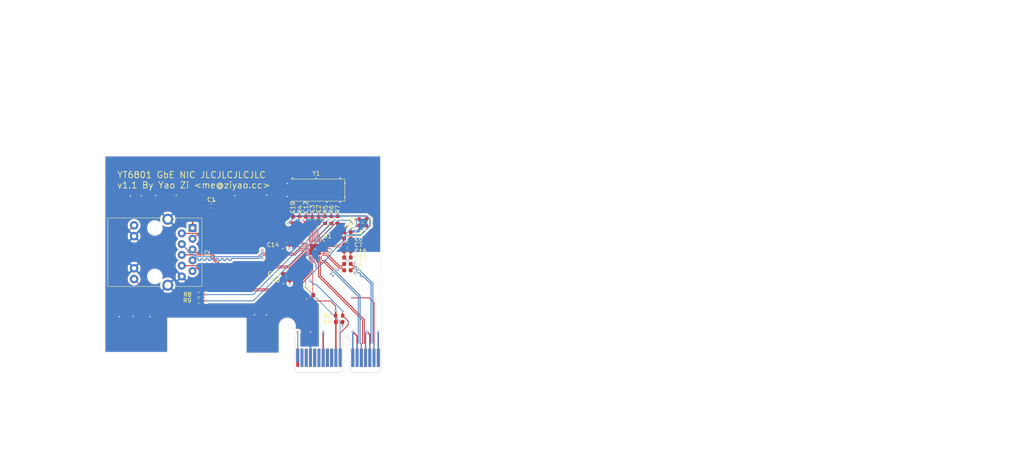
<source format=kicad_pcb>
(kicad_pcb (version 20241229) (generator "pcbnew") (generator_version "9.0")
  (layers (0 "F.Cu" signal) (4 "In1.Cu" power) (6 "In2.Cu" power) (2 "B.Cu" signal) (13 "F.Paste" user) (15 "B.Paste" user) (5 "F.SilkS" user "F.Silkscreen") (7 "B.SilkS" user "B.Silkscreen") (1 "F.Mask" user) (3 "B.Mask" user) (25 "Edge.Cuts" user))
  (net 0 "")
  (net 1 "GND")
  (net 2 "Net-(J2-CT)")
  (net 3 "/XTAL_I")
  (net 4 "/XTAL_O")
  (net 5 "/HSO_P")
  (net 6 "/HSO_N")
  (net 7 "+3V3")
  (net 8 "+1V2")
  (net 9 "/REFCLK_P")
  (net 14 "/HSI_N")
  (net 17 "Net-(J1-~{PRSNT1})")
  (net 18 "/HSI_P")
  (net 19 "/WAKE#")
  (net 21 "/PERST#")
  (net 30 "/REFCLK_N")
  (net 32 "/TRX3_P")
  (net 33 "/TRX2_N")
  (net 34 "/TRX0_N")
  (net 35 "/TRX0_P")
  (net 36 "/TRX1_P")
  (net 37 "/LED0")
  (net 38 "/TRX1_N")
  (net 39 "/LED1")
  (net 40 "/TRX2_P")
  (net 41 "/TRX3_N")
  (net 42 "/CLKREQ#")
  (net 43 "/LED2")
  (net 45 "Net-(U1-RBIAS)")
  (net 46 "/PER_N")
  (net 47 "/PER_P")
  (net 48 "Net-(J2-PadL1)")
  (net 49 "Net-(J2-PadL3)")
  (footprint "Resistor_SMD:R_0603_1608Metric" (layer "F.Cu") (at 153.6 90.1 -90)
    (property "Reference" "R6")
    (property "Value" "4.7K" (hide yes))
  )
  (footprint "Package_DFN_QFN:QFN-32-1EP_4x4mm_P0.4mm_EP2.65x2.65mm" (layer "F.Cu") (at 149.8125 97.0625)
    (property "Reference" "U1")
    (property "Value" "YT6801")
  )
  (footprint "Resistor_SMD:R_0603_1608Metric" (layer "F.Cu") (at 155.45 112.7 180)
    (property "Reference" "R2")
    (property "Value" "1K" (hide yes))
  )
  (footprint "Capacitor_SMD:C_0603_1608Metric" (layer "F.Cu") (at 125.3 86.8)
    (property "Reference" "C1")
    (property "Value" "100nF" (hide yes))
  )
  (footprint "Capacitor_SMD:C_0603_1608Metric" (layer "F.Cu") (at 149.1 90.125 90)
    (property "Reference" "C3")
    (property "Value" "32pF" (hide yes))
  )
  (footprint "Resistor_SMD:R_0603_1608Metric" (layer "F.Cu") (at 122.3 109.2 180)
    (property "Reference" "R9")
    (property "Value" "330" (hide yes))
  )
  (footprint "Capacitor_SMD:C_0603_1608Metric" (layer "F.Cu") (at 150.6 90.125 90)
    (property "Reference" "C2")
    (property "Value" "32pF" (hide yes))
  )
  (footprint "Capacitor_SMD:C_0603_1608Metric" (layer "F.Cu") (at 157.4 96)
    (property "Reference" "C7")
    (property "Value" "100nF" (hide yes))
  )
  (footprint "Resistor_SMD:R_0603_1608Metric" (layer "F.Cu") (at 161 91.45)
    (property "Reference" "R3")
    (property "Value" "10K" (hide yes))
  )
  (footprint "Capacitor_SMD:C_0603_1608Metric" (layer "F.Cu") (at 143 102.85 180)
    (property "Reference" "C13")
    (property "Value" "100nF" (hide yes))
  )
  (footprint "Crystal:Crystal_SMD_HC49-SD" (layer "F.Cu") (at 150.0125 83.0875 180)
    (property "Reference" "Y1")
    (property "Value" "HC-49SMD 25MHz" (hide yes))
  )
  (footprint "Capacitor_SMD:C_0603_1608Metric" (layer "F.Cu") (at 147.6 90.125 90)
    (property "Reference" "C12")
    (property "Value" "100nF" (hide yes))
  )
  (footprint "Resistor_SMD:R_0603_1608Metric" (layer "F.Cu") (at 161 89.95)
    (property "Reference" "R1")
    (property "Value" "10K" (hide yes))
  )
  (footprint "Resistor_SMD:R_0603_1608Metric" (layer "F.Cu") (at 155.1 90.1 90)
    (property "Reference" "R7")
    (property "Value" "4.7K" (hide yes))
  )
  (footprint "Resistor_SMD:R_0603_1608Metric" (layer "F.Cu") (at 146.1 90.125 -90)
    (property "Reference" "R4")
    (property "Value" "2.49K 1%" (hide yes))
  )
  (footprint "Capacitor_SMD:C_0603_1608Metric" (layer "F.Cu") (at 144.6 90.125 90)
    (property "Reference" "C10")
    (property "Value" "100nF" (hide yes))
  )
  (footprint "Capacitor_SMD:C_0603_1608Metric" (layer "F.Cu") (at 157.4 97.5)
    (property "Reference" "C16")
    (property "Value" "100nF" (hide yes))
  )
  (footprint "Capacitor_SMD:C_0603_1608Metric" (layer "F.Cu") (at 148.55 107.85 180)
    (property "Reference" "C11")
    (property "Value" "100nF" (hide yes))
  )
  (footprint "Capacitor_SMD:C_0603_1608Metric" (layer "F.Cu") (at 157.4 99)
    (property "Reference" "C15")
    (property "Value" "1uF" (hide yes))
  )
  (footprint "Resistor_SMD:R_0603_1608Metric" (layer "F.Cu") (at 122.3 107.74 180)
    (property "Reference" "R8")
    (property "Value" "330" (hide yes))
  )
  (footprint "Capacitor_SMD:C_0603_1608Metric" (layer "F.Cu") (at 155.45 114.2)
    (property "Reference" "C9")
    (property "Value" "4.7uF" (hide yes))
  )
  (footprint "Resistor_SMD:R_0603_1608Metric" (layer "F.Cu") (at 152.1 90.1 90)
    (property "Reference" "R5")
    (property "Value" "4.7K" (hide yes))
  )
  (footprint "Capacitor_SMD:C_0603_1608Metric" (layer "F.Cu") (at 143 104.35 180)
    (property "Reference" "C8")
    (property "Value" "1uF" (hide yes))
  )
  (footprint "Capacitor_SMD:C_0603_1608Metric" (layer "F.Cu") (at 142.925 95.9 180)
    (property "Reference" "C14")
    (property "Value" "100nF" (hide yes))
  )
  (footprint "yt6801:RJ45_HR911130A" (layer "F.Cu") (at 120.865 92.025 -90)
    (property "Reference" "J2")
    (property "Value" "HR911130A")
  )
  (footprint "Capacitor_SMD:C_0603_1608Metric" (layer "F.Cu") (at 157.4 94.5)
    (property "Reference" "C6")
    (property "Value" "4.7uF" (hide yes))
  )
  (footprint "Connector_PCBEdge:BUS_PCIexpress_x1" (layer "F.Cu") (at 145.675 122.65)
    (property "Reference" "J1" (hide yes))
    (property "Value" "Bus_PCI_Express_x1" (hide yes))
    (fp_line (start -0.65 -4.95) (end -0.65 2.95) (stroke (width 0.1)) (layer "Edge.Cuts"))
    (fp_line (start -0.65 2.95) (end -0.15 3.45) (stroke (width 0.1)) (layer "Edge.Cuts"))
    (fp_line (start -0.15 3.45) (end 10.05 3.45) (stroke (width 0.1)) (layer "Edge.Cuts"))
    (fp_line (start 10.55 -4) (end 10.55 2.95) (stroke (width 0.1)) (layer "Edge.Cuts"))
    (fp_line (start 10.55 2.95) (end 10.05 3.45) (stroke (width 0.1)) (layer "Edge.Cuts"))
    (fp_line (start 12.45 -4) (end 12.45 2.95) (stroke (width 0.1)) (layer "Edge.Cuts"))
    (fp_line (start 12.45 2.95) (end 12.95 3.45) (stroke (width 0.1)) (layer "Edge.Cuts"))
    (fp_line (start 12.95 3.45) (end 19.15 3.45) (stroke (width 0.1)) (layer "Edge.Cuts"))
    (fp_line (start 19.65 -4.95) (end 19.65 2.95) (stroke (width 0.1)) (layer "Edge.Cuts"))
    (fp_line (start 19.65 2.95) (end 19.15 3.45) (stroke (width 0.1)) (layer "Edge.Cuts"))
    (fp_arc (start 10.55 -4) (mid 11.5 -4.95) (end 12.45 -4) (stroke (width 0.1)) (layer "Edge.Cuts"))
  )
  (footprint "Capacitor_SMD:C_0603_1608Metric" (layer "F.Cu") (at 157.4 100.5)
    (property "Reference" "C4")
    (property "Value" "100nF" (hide yes))
  )
  (footprint "Capacitor_SMD:C_0603_1608Metric" (layer "F.Cu") (at 157.4 102 180)
    (property "Reference" "C5")
    (property "Value" "100nF" (hide yes))
  )
  (footprint "Capacitor_SMD:C_0603_1608Metric" (layer "F.Cu") (at 157.4 93)
    (property "Reference" "C17")
    (property "Value" "100nF" (hide yes))
  )
  (gr_line (start 141.375 115.1875) (end 141.375 121.625) (stroke (width 0.05)) (layer "Edge.Cuts"))
  (gr_line (start 133.425 113.375) (end 115.075 113.375) (stroke (width 0.05)) (layer "Edge.Cuts"))
  (gr_line (start 165.325 74.95) (end 165.325 113.45) (stroke (width 0.05)) (layer "Edge.Cuts"))
  (gr_line (start 115.075 113.375) (end 115.075 121.45) (stroke (width 0.05)) (layer "Edge.Cuts"))
  (gr_line (start 100.1 121.45) (end 100.1 74.95) (stroke (width 0.05)) (layer "Edge.Cuts"))
  (gr_line (start 141.375 121.625) (end 133.425 121.625) (stroke (width 0.05)) (layer "Edge.Cuts"))
  (gr_arc (start 141.374696 115.1875) (mid 143.199696 113.3625) (end 145.024696 115.1875) (stroke (width 0.05)) (layer "Edge.Cuts"))
  (gr_line (start 165.325 113.45) (end 165.325 117.7) (stroke (width 0.05)) (layer "Edge.Cuts"))
  (gr_line (start 100.1 74.95) (end 165.325 74.95) (stroke (width 0.05)) (layer "Edge.Cuts"))
  (gr_line (start 100.1 121.45) (end 115.075 121.45) (stroke (width 0.05)) (layer "Edge.Cuts"))
  (gr_line (start 145.025 117.7) (end 145.024696 115.1875) (stroke (width 0.05)) (layer "Edge.Cuts"))
  (gr_line (start 133.425 121.625) (end 133.425 113.375) (stroke (width 0.05)) (layer "Edge.Cuts"))
  (gr_text "YT6801 GbE NIC JLCJLCJLCJLC\nv1.1 By Yao Zi <me@ziyao.cc>" (at 103 82.8 0) (layer "F.SilkS") (effects (font (size 1.5 1.5) (thickness 0.1875)) (justify left bottom)))
  (via (at 137.3 99.151603) (size 0.5) (drill 0.3) (layers "F.Cu" "B.Cu") (net 0))
  (via (at 137.3 97.248397) (size 0.5) (drill 0.3) (layers "F.Cu" "B.Cu") (net 0))
  (segment (start 152.1 89.275) (end 152.1 88.1) (width 0.2) (layer "F.Cu") (net 1))
  (segment (start 158.175 97.5) (end 159.5 97.5) (width 0.2) (layer "F.Cu") (net 1))
  (segment (start 159.675 122.65) (end 159.675 117.5125) (width 0.3) (layer "F.Cu") (net 1))
  (segment (start 142.25 104.375) (end 142.225 104.35) (width 0.2) (layer "F.Cu") (net 1))
  (segment (start 144.6 89.35) (end 144.6 88.2) (width 0.2) (layer "F.Cu") (net 1))
  (segment (start 149.1 89.35) (end 149.1 88) (width 0.2) (layer "F.Cu") (net 1))
  (segment (start 152.55 85.95) (end 155.65 85.95) (width 0.2) (layer "F.Cu") (net 1))
  (segment (start 156.8135 81.4135) (end 155.7 80.3) (width 0.2) (layer "F.Cu") (net 1))
  (segment (start 150.6 89.35) (end 150.6 88.05) (width 0.2) (layer "F.Cu") (net 1))
  (segment (start 126.075 86.8) (end 126.075 85.575) (width 0.3) (layer "F.Cu") (net 1))
  (segment (start 162.675 122.65) (end 162.675 117.15) (width 0.3) (layer "F.Cu") (net 1))
  (segment (start 142.15 95.9) (end 142.15 96.86) (width 0.2) (layer "F.Cu") (net 1))
  (segment (start 159.5 94.5) (end 158.175 94.5) (width 0.2) (layer "F.Cu") (net 1))
  (segment (start 159.6 93) (end 158.175 93) (width 0.2) (layer "F.Cu") (net 1))
  (segment (start 142.25 105.15) (end 142.25 104.375) (width 0.2) (layer "F.Cu") (net 1))
  (segment (start 159.675 117.5125) (end 158.675 116.5125) (width 0.3) (layer "F.Cu") (net 1))
  (segment (start 156.225 114.2) (end 156.225 115.175) (width 0.2) (layer "F.Cu") (net 1))
  (segment (start 155.675 85.925) (end 156.8 84.8) (width 0.2) (layer "F.Cu") (net 1))
  (segment (start 151.675 122.65) (end 151.675 116.5375) (width 0.3) (layer "F.Cu") (net 1))
  (segment (start 158.175 99) (end 158.175 97.5) (width 0.2) (layer "F.Cu") (net 1))
  (segment (start 143.3 81.4) (end 143.225 81.475) (width 0.2) (layer "F.Cu") (net 1))
  (segment (start 153.6 89.275) (end 153.6 88.1) (width 0.2) (layer "F.Cu") (net 1))
  (segment (start 150.6 86.35) (end 150.6 88) (width 0.2) (layer "F.Cu") (net 1))
  (segment (start 143.2115 81.4885) (end 143.2115 81.55) (width 0.2) (layer "F.Cu") (net 1))
  (segment (start 142.225 102.85) (end 142.225 104.35) (width 0.2) (layer "F.Cu") (net 1))
  (segment (start 144.45 80.25) (end 144.425 80.275) (width 0.2) (layer "F.Cu") (net 1))
  (segment (start 144.55 85.95) (end 144.6 85.95) (width 0.2) (layer "F.Cu") (net 1))
  (segment (start 143.2115 81.55) (end 143.2115 84.6115) (width 0.2) (layer "F.Cu") (net 1))
  (segment (start 156.225 115.175) (end 156.2375 115.1875) (width 0.2) (layer "F.Cu") (net 1))
  (segment (start 156.8135 84.7865) (end 156.8135 84.75) (width 0.2) (layer "F.Cu") (net 1))
  (segment (start 148.675 122.65) (end 148.675 116.5375) (width 0.3) (layer "F.Cu") (net 1))
  (segment (start 156.8 84.8) (end 156.8135 84.7865) (width 0.2) (layer "F.Cu") (net 1))
  (segment (start 164.675 122.65) (end 164.675 116.5375) (width 0.3) (layer "F.Cu") (net 1))
  (segment (start 150.05 80.25) (end 150 80.25) (width 0.2) (layer "F.Cu") (net 1))
  (segment (start 155.65 85.95) (end 155.675 85.925) (width 0.2) (layer "F.Cu") (net 1))
  (segment (start 155.1 89.275) (end 152.1 89.275) (width 0.2) (layer "F.Cu") (net 1))
  (segment (start 143.225 81.475) (end 143.2115 81.4885) (width 0.2) (layer "F.Cu") (net 1))
  (segment (start 155.7 80.3) (end 155.65 80.25) (width 0.2) (layer "F.Cu") (net 1))
  (segment (start 147.775 107.85) (end 147.775 108.75) (width 0.2) (layer "F.Cu") (net 1))
  (segment (start 142.15 96.86) (end 142.16 96.87) (width 0.2) (layer "F.Cu") (net 1))
  (segment (start 149.1 86.35) (end 150.6 86.35) (width 0.2) (layer "F.Cu") (net 1))
  (segment (start 144.6 85.95) (end 147.5 85.95) (width 0.2) (layer "F.Cu") (net 1))
  (segment (start 162.675 117.15) (end 162.0625 116.5375) (width 0.3) (layer "F.Cu") (net 1))
  (segment (start 144.6 89.35) (end 147.6 89.35) (width 0.2) (layer "F.Cu") (net 1))
  (segment (start 150 80.25) (end 144.45 80.25) (width 0.2) (layer "F.Cu") (net 1))
  (segment (start 158.675 116.5125) (end 158.8 116.5125) (width 0.2) (layer "F.Cu") (net 1))
  (segment (start 155.65 80.25) (end 150.05 80.25) (width 0.2) (layer "F.Cu") (net 1))
  (segment (start 143.2115 84.6115) (end 144.55 85.95) (width 0.2) (layer "F.Cu") (net 1))
  (segment (start 150.6 88.05) (end 150.6 88) (width 0.2) (layer "F.Cu") (net 1))
  (segment (start 155.1 89.275) (end 155.1 88.1) (width 0.2) (layer "F.Cu") (net 1))
  (segment (start 144.425 80.275) (end 143.3 81.4) (width 0.2) (layer "F.Cu") (net 1))
  (segment (start 156.8135 84.75) (end 156.8135 81.4135) (width 0.2) (layer "F.Cu") (net 1))
  (segment (start 147.6 89.35) (end 147.6 88.25) (width 0.2) (layer "F.Cu") (net 1))
  (segment (start 146.1 89.3) (end 146.1 88.2) (width 0.2) (layer "F.Cu") (net 1))
  (segment (start 158.175 94.5) (end 158.175 96) (width 0.2) (layer "F.Cu") (net 1))
  (segment (start 149.1 88) (end 149.1 86.35) (width 0.2) (layer "F.Cu") (net 1))
  (via (at 152.1 88.1) (size 0.5) (drill 0.3) (layers "F.Cu" "B.Cu") (net 1))
  (via (at 150 80.25) (size 0.5) (drill 0.3) (layers "F.Cu" "B.Cu") (net 1))
  (via (at 153.6 88.1) (size 0.5) (drill 0.3) (layers "F.Cu" "B.Cu") (net 1))
  (via (at 126.075 85.575) (size 0.5) (drill 0.3) (layers "F.Cu" "B.Cu") (net 1))
  (via (at 103.6125 112.95) (size 0.5) (drill 0.3) (layers "F.Cu" "B.Cu") (net 1))
  (via (at 147.775 108.75) (size 0.5) (drill 0.3) (layers "F.Cu" "B.Cu") (net 1))
  (via (at 135.4625 112.5125) (size 0.5) (drill 0.3) (layers "F.Cu" "B.Cu") (net 1))
  (via (at 138.35 84.2625) (size 0.5) (drill 0.3) (layers "F.Cu" "B.Cu") (net 1))
  (via (at 110.85 112.95) (size 0.5) (drill 0.3) (layers "F.Cu" "B.Cu") (net 1))
  (via (at 156.8135 84.75) (size 0.5) (drill 0.3) (layers "F.Cu" "B.Cu") (net 1))
  (via (at 156.2375 115.1875) (size 0.5) (drill 0.3) (layers "F.Cu" "B.Cu") (net 1))
  (via (at 146.1 88.2) (size 0.5) (drill 0.3) (layers "F.Cu" "B.Cu") (net 1))
  (via (at 159.5 93) (size 0.5) (drill 0.3) (layers "F.Cu" "B.Cu") (net 1))
  (via (at 155.1 101.9) (size 0.5) (drill 0.3) (layers "F.Cu" "B.Cu") (net 1))
  (via (at 147.6 88.25) (size 0.5) (drill 0.3) (layers "F.Cu" "B.Cu") (net 1))
  (via (at 158.675 116.5125) (size 0.5) (drill 0.3) (layers "F.Cu" "B.Cu") (net 1))
  (via (at 159.5 97.5) (size 0.5) (drill 0.3) (layers "F.Cu" "B.Cu") (net 1))
  (via (at 156.8135 81.4135) (size 0.5) (drill 0.3) (layers "F.Cu" "B.Cu") (net 1))
  (via (at 144.55 85.95) (size 0.5) (drill 0.3) (layers "F.Cu" "B.Cu") (net 1))
  (via (at 106.2 84.4375) (size 0.5) (drill 0.3) (layers "F.Cu" "B.Cu") (net 1))
  (via (at 159.2 100.25) (size 0.5) (drill 0.3) (layers "F.Cu" "B.Cu") (net 1))
  (via (at 148.675 116.5375) (size 0.5) (drill 0.3) (layers "F.Cu" "B.Cu") (net 1))
  (via (at 154 103.3) (size 0.5) (drill 0.3) (layers "F.Cu" "B.Cu") (net 1))
  (via (at 152.55 85.95) (size 0.5) (drill 0.3) (layers "F.Cu" "B.Cu") (net 1))
  (via (at 159.15 102.65) (size 0.5) (drill 0.3) (layers "F.Cu" "B.Cu") (net 1))
  (via (at 153.5 102.85) (size 0.5) (drill 0.3) (layers "F.Cu" "B.Cu") (net 1))
  (via (at 143.2115 84.6115) (size 0.5) (drill 0.3) (layers "F.Cu" "B.Cu") (net 1))
  (via (at 144.45 80.25) (size 0.5) (drill 0.3) (layers "F.Cu" "B.Cu") (net 1))
  (via (at 112.15 84.35) (size 0.5) (drill 0.3) (layers "F.Cu" "B.Cu") (net 1))
  (via (at 149.1 88) (size 0.5) (drill 0.3) (layers "F.Cu" "B.Cu") (net 1))
  (via (at 138.2875 112.55) (size 0.5) (drill 0.3) (layers "F.Cu" "B.Cu") (net 1))
  (via (at 143.2115 81.55) (size 0.5) (drill 0.3) (layers "F.Cu" "B.Cu") (net 1))
  (via (at 159.5 94.5) (size 0.5) (drill 0.3) (layers "F.Cu" "B.Cu") (net 1))
  (via (at 108.8 84.4125) (size 0.5) (drill 0.3) (layers "F.Cu" "B.Cu") (net 1))
  (via (at 155.675 85.925) (size 0.5) (drill 0.3) (layers "F.Cu" "B.Cu") (net 1))
  (via (at 164.675 116.5375) (size 0.5) (drill 0.3) (layers "F.Cu" "B.Cu") (net 1))
  (via (at 151.675 116.5375) (size 0.5) (drill 0.3) (layers "F.Cu" "B.Cu") (net 1))
  (via (at 144.6 88.2) (size 0.5) (drill 0.3) (layers "F.Cu" "B.Cu") (net 1))
  (via (at 149.8125 97.0625) (size 0.5) (drill 0.3) (layers "F.Cu" "B.Cu") (net 1))
  (via (at 162.0625 116.5375) (size 0.5) (drill 0.3) (layers "F.Cu" "B.Cu") (net 1))
  (via (at 155.1 88.1) (size 0.5) (drill 0.3) (layers "F.Cu" "B.Cu") (net 1))
  (via (at 106.8375 112.875) (size 0.5) (drill 0.3) (layers "F.Cu" "B.Cu") (net 1))
  (via (at 117.025 84.3125) (size 0.5) (drill 0.3) (layers "F.Cu" "B.Cu") (net 1))
  (via (at 150.6 88.05) (size 0.5) (drill 0.3) (layers "F.Cu" "B.Cu") (net 1))
  (via (at 130.7875 84.3875) (size 0.5) (drill 0.3) (layers "F.Cu" "B.Cu") (net 1))
  (via (at 142.25 105.15) (size 0.5) (drill 0.3) (layers "F.Cu" "B.Cu") (net 1))
  (via (at 142.16 96.87) (size 0.5) (drill 0.3) (layers "F.Cu" "B.Cu") (net 1))
  (via (at 155.65 80.25) (size 0.5) (drill 0.3) (layers "F.Cu" "B.Cu") (net 1))
  (via (at 147.5 85.95) (size 0.5) (drill 0.3) (layers "F.Cu" "B.Cu") (net 1))
  (segment (start 164.675 122.65) (end 164.675 116.5375) (width 0.3) (layer "B.Cu") (net 1))
  (segment (start 161.675 122.65) (end 161.675 116.925) (width 0.3) (layer "B.Cu") (net 1))
  (segment (start 161.675 116.925) (end 162.0625 116.5375) (width 0.3) (layer "B.Cu") (net 1))
  (segment (start 158.675 122.65) (end 158.675 116.5125) (width 0.3) (layer "B.Cu") (net 1))
  (segment (start 120.865 92.025) (end 120.865 90.46) (width 0.3) (layer "F.Cu") (net 2))
  (segment (start 120.865 90.46) (end 124.525 86.8) (width 0.3) (layer "F.Cu") (net 2))
  (segment (start 150.0125 95.1125) (end 150.0125 91.4875) (width 0.15) (layer "F.Cu") (net 3))
  (segment (start 151.4 85.95) (end 154.2625 83.0875) (width 0.15) (layer "F.Cu") (net 3))
  (segment (start 150.0125 91.4875) (end 150.6 90.9) (width 0.15) (layer "F.Cu") (net 3))
  (segment (start 151.4 90.1) (end 151.4 85.95) (width 0.15) (layer "F.Cu") (net 3))
  (segment (start 150.6 90.9) (end 151.4 90.1) (width 0.15) (layer "F.Cu") (net 3))
  (segment (start 148.35 90.15) (end 148.35 85.675) (width 0.15) (layer "F.Cu") (net 4))
  (segment (start 148.35 85.675) (end 145.7625 83.0875) (width 0.15) (layer "F.Cu") (net 4))
  (segment (start 149.6125 95.1125) (end 149.6125 91.4125) (width 0.15) (layer "F.Cu") (net 4))
  (segment (start 149.1 90.9) (end 148.35 90.15) (width 0.15) (layer "F.Cu") (net 4))
  (segment (start 149.6125 91.4125) (end 149.1 90.9) (width 0.15) (layer "F.Cu") (net 4))
  (segment (start 156.625 102) (end 156.6 102) (width 0.22) (layer "F.Cu") (net 5))
  (segment (start 155.421108 101.4616) (end 156.0616 101.4616) (width 0.22) (layer "F.Cu") (net 5))
  (segment (start 156.0616 101.4616) (end 156.6 102) (width 0.22) (layer "F.Cu") (net 5))
  (segment (start 152.422008 98.4625) (end 151.7625 98.4625) (width 0.15) (layer "F.Cu") (net 5))
  (segment (start 152.433008 98.4735) (end 155.421108 101.4616) (width 0.22) (layer "F.Cu") (net 5))
  (segment (start 152.433008 98.4735) (end 152.422008 98.4625) (width 0.15) (layer "F.Cu") (net 5))
  (segment (start 156.625 100.5) (end 156.6 100.5) (width 0.22) (layer "F.Cu") (net 6))
  (segment (start 152.929002 98.370998) (end 152.620504 98.0625) (width 0.15) (layer "F.Cu") (net 6))
  (segment (start 152.620504 98.0625) (end 151.7625 98.0625) (width 0.15) (layer "F.Cu") (net 6))
  (segment (start 156.0616 101.0384) (end 156.6 100.5) (width 0.22) (layer "F.Cu") (net 6))
  (segment (start 152.929002 98.370998) (end 155.596404 101.0384) (width 0.22) (layer "F.Cu") (net 6))
  (segment (start 155.596404 101.0384) (end 156.0616 101.0384) (width 0.22) (layer "F.Cu") (net 6))
  (segment (start 161.875 90) (end 161.825 89.95) (width 0.15) (layer "F.Cu") (net 7))
  (segment (start 162.7 90) (end 161.875 90) (width 0.15) (layer "F.Cu") (net 7))
  (segment (start 154.675 114.2) (end 154.675 112.75) (width 0.3) (layer "F.Cu") (net 7))
  (segment (start 157.4 93.7) (end 156.625 94.475) (width 0.15) (layer "F.Cu") (net 7))
  (segment (start 161.875 91.5) (end 161.825 91.45) (width 0.15) (layer "F.Cu") (net 7))
  (segment (start 148.4125 93.175) (end 147.7 92.4625) (width 0.2) (layer "F.Cu") (net 7))
  (segment (start 156.625 94.475) (end 156.625 94.5) (width 0.15) (layer "F.Cu") (net 7))
  (segment (start 154.625 111.5875) (end 154.625 110.4875) (width 0.2) (layer "F.Cu") (net 7))
  (segment (start 154.625 110.4875) (end 153.3625 109.225) (width 0.2) (layer "F.Cu") (net 7))
  (segment (start 149.8375 109.225) (end 149.325 108.7125) (width 0.2) (layer "F.Cu") (net 7))
  (segment (start 149.2125 107.7375) (end 149.325 107.85) (width 0.15) (layer "F.Cu") (net 7))
  (segment (start 148.4125 95.1125) (end 148.4125 93.175) (width 0.2) (layer "F.Cu") (net 7))
  (segment (start 146.1 91.6625) (end 145.3625 91.6625) (width 0.2) (layer "F.Cu") (net 7))
  (segment (start 154.625 111.5875) (end 154.625 112.7) (width 0.3) (layer "F.Cu") (net 7))
  (segment (start 156.5625 96.0625) (end 151.7625 96.0625) (width 0.15) (layer "F.Cu") (net 7))
  (segment (start 154.675 122.65) (end 154.675 114.2) (width 0.3) (layer "F.Cu") (net 7))
  (segment (start 149.2125 99.0125) (end 149.2125 107.7375) (width 0.15) (layer "F.Cu") (net 7))
  (segment (start 162.7 91.5) (end 161.875 91.5) (width 0.15) (layer "F.Cu") (net 7))
  (segment (start 153.3625 109.225) (end 149.8375 109.225) (width 0.2) (layer "F.Cu") (net 7))
  (segment (start 156.625 96) (end 156.5625 96.0625) (width 0.15) (layer "F.Cu") (net 7))
  (segment (start 157.55 93.7) (end 157.4 93.7) (width 0.15) (layer "F.Cu") (net 7))
  (segment (start 149.325 108.7125) (end 149.325 107.85) (width 0.2) (layer "F.Cu") (net 7))
  (segment (start 145.3625 91.6625) (end 144.6 90.9) (width 0.2) (layer "F.Cu") (net 7))
  (segment (start 154.675 112.75) (end 154.625 112.7) (width 0.3) (layer "F.Cu") (net 7))
  (segment (start 143.5 90.9) (end 144.6 90.9) (width 0.2) (layer "F.Cu") (net 7))
  (segment (start 147.7 92.4625) (end 146.9 92.4625) (width 0.2) (layer "F.Cu") (net 7))
  (segment (start 146.9 92.4625) (end 146.1 91.6625) (width 0.2) (layer "F.Cu") (net 7))
  (segment (start 156.625 94.5) (end 156.625 96) (width 0.15) (layer "F.Cu") (net 7))
  (via (at 157.55 93.7) (size 0.5) (drill 0.3) (layers "F.Cu" "B.Cu") (net 7))
  (via (at 143.5 90.9) (size 0.5) (drill 0.3) (layers "F.Cu" "B.Cu") (net 7))
  (via (at 162.7 90) (size 0.5) (drill 0.3) (layers "F.Cu" "B.Cu") (net 7))
  (via (at 154.625 111.5875) (size 0.5) (drill 0.3) (layers "F.Cu" "B.Cu") (net 7))
  (via (at 162.7 91.5) (size 0.5) (drill 0.3) (layers "F.Cu" "B.Cu") (net 7))
  (segment (start 145.2 89.2) (end 161.9 89.2) (width 0.3) (layer "B.Cu") (net 7))
  (segment (start 161.9 89.2) (end 162.7 90) (width 0.3) (layer "B.Cu") (net 7))
  (segment (start 143.5 90.9) (end 145.2 89.2) (width 0.3) (layer "B.Cu") (net 7))
  (segment (start 160.5 93.7) (end 157.55 93.7) (width 0.3) (layer "B.Cu") (net 7))
  (segment (start 162.7 91.5) (end 160.5 93.7) (width 0.3) (layer "B.Cu") (net 7))
  (segment (start 162.7 90) (end 162.7 91.5) (width 0.3) (layer "B.Cu") (net 7))
  (segment (start 157.4 99.7) (end 157.325 99.7) (width 0.15) (layer "F.Cu") (net 8))
  (segment (start 143.8 105.15) (end 143.8 104.375) (width 0.2) (layer "F.Cu") (net 8))
  (segment (start 147.6 90.9) (end 146.85 90.15) (width 0.2) (layer "F.Cu") (net 8))
  (segment (start 151.7625 95.6625) (end 153.9625 95.6625) (width 0.25) (layer "F.Cu") (net 8))
  (segment (start 157.325 99.7) (end 156.625 99) (width 0.15) (layer "F.Cu") (net 8))
  (segment (start 143.7 95.9) (end 143.7 96.87) (width 0.2) (layer "F.Cu") (net 8))
  (segment (start 156.625 99) (end 156.625 97.5) (width 0.15) (layer "F.Cu") (net 8))
  (segment (start 149.2125 92.5125) (end 147.6 90.9) (width 0.2) (layer "F.Cu") (net 8))
  (segment (start 146.7375 102.175) (end 146.0625 102.85) (width 0.2) (layer "F.Cu") (net 8))
  (segment (start 156.625 97.5) (end 155.5875 96.4625) (width 0.15) (layer "F.Cu") (net 8))
  (segment (start 156.625 93) (end 156.625 92.375) (width 0.25) (layer "F.Cu") (net 8))
  (segment (start 146.0625 102.85) (end 143.775 102.85) (width 0.2) (layer "F.Cu") (net 8))
  (segment (start 143.775 102.85) (end 143.775 104.35) (width 0.2) (layer "F.Cu") (net 8))
  (segment (start 143.775 102.85) (end 143.775 102.55) (width 0.15) (layer "F.Cu") (net 8))
  (segment (start 155.5875 96.4625) (end 151.7625 96.4625) (width 0.15) (layer "F.Cu") (net 8))
  (segment (start 143.8 104.375) (end 143.775 104.35) (width 0.2) (layer "F.Cu") (net 8))
  (segment (start 144.2625 96.4625) (end 143.7 95.9) (width 0.15) (layer "F.Cu") (net 8))
  (segment (start 153.9625 95.6625) (end 156.625 93) (width 0.25) (layer "F.Cu") (net 8))
  (segment (start 156.625 92.775) (end 156.625 93) (width 0.15) (layer "F.Cu") (net 8))
  (segment (start 147.35 98.4625) (end 146.7375 99.075) (width 0.2) (layer "F.Cu") (net 8))
  (segment (start 149.2125 95.1125) (end 149.2125 92.5125) (width 0.2) (layer "F.Cu") (net 8))
  (segment (start 146.7375 99.075) (end 146.7375 102.175) (width 0.2) (layer "F.Cu") (net 8))
  (segment (start 147.8625 98.4625) (end 147.35 98.4625) (width 0.2) (layer "F.Cu") (net 8))
  (segment (start 147.8625 96.4625) (end 144.2625 96.4625) (width 0.15) (layer "F.Cu") (net 8))
  (segment (start 156.625 92.375) (end 157.45 91.55) (width 0.25) (layer "F.Cu") (net 8))
  (via (at 157.45 91.55) (size 0.5) (drill 0.3) (layers "F.Cu" "B.Cu") (net 8))
  (via (at 157.4 99.7) (size 0.5) (drill 0.3) (layers "F.Cu" "B.Cu") (net 8))
  (via (at 143.7 96.87) (size 0.5) (drill 0.3) (layers "F.Cu" "B.Cu") (net 8))
  (via (at 146.85 90.15) (size 0.5) (drill 0.3) (layers "F.Cu" "B.Cu") (net 8))
  (via (at 143.8 105.15) (size 0.5) (drill 0.3) (layers "F.Cu" "B.Cu") (net 8))
  (segment (start 157.4 91.55) (end 157.45 91.55) (width 0.2) (layer "B.Cu") (net 8))
  (segment (start 150.8125 99.345716) (end 150.8125 99.0125) (width 0.15) (layer "F.Cu") (net 9))
  (segment (start 150.8125 99.55) (end 150.8125 99.6375) (width 0.15) (layer "F.Cu") (net 9))
  (segment (start 153.969059 102.168307) (end 151.975752 100.175) (width 0.22) (layer "F.Cu") (net 9))
  (segment (start 151.975752 100.175) (end 151.35 100.175) (width 0.22) (layer "F.Cu") (net 9))
  (segment (start 150.8125 99.0125) (end 150.8125 99.55) (width 0.15) (layer "F.Cu") (net 9))
  (segment (start 153.969059 102.168307) (end 153.969059 102.330941) (width 0.22) (layer "F.Cu") (net 9))
  (segment (start 150.8125 99.6375) (end 151.35 100.175) (width 0.15) (layer "F.Cu") (net 9))
  (via (at 153.969059 102.330941) (size 0.5) (drill 0.3) (layers "F.Cu" "B.Cu") (net 9))
  (segment (start 159.9634 119.136599) (end 159.675 119.424999) (width 0.22) (layer "B.Cu") (net 9))
  (segment (start 159.675 119.424999) (end 159.675 122.65) (width 0.22) (layer "B.Cu") (net 9))
  (segment (start 159.9634 108.162648) (end 159.9634 119.136599) (width 0.22) (layer "B.Cu") (net 9))
  (segment (start 153.969059 102.330941) (end 154.131693 102.330941) (width 0.22) (layer "B.Cu") (net 9))
  (segment (start 154.131693 102.330941) (end 159.9634 108.162648) (width 0.22) (layer "B.Cu") (net 9))
  (segment (start 150.628528 99.871472) (end 151.0116 100.254544) (width 0.22) (layer "F.Cu") (net 14))
  (segment (start 161.3866 119.136599) (end 161.675 119.424999) (width 0.22) (layer "F.Cu") (net 14))
  (segment (start 151.0116 100.254544) (end 151.0116 103.249852) (width 0.22) (layer "F.Cu") (net 14))
  (segment (start 150.4125 99.655444) (end 150.4125 99.0125) (width 0.15) (layer "F.Cu") (net 14))
  (segment (start 150.628528 99.871472) (end 150.4125 99.655444) (width 0.15) (layer "F.Cu") (net 14))
  (segment (start 161.675 119.424999) (end 161.675 122.65) (width 0.22) (layer "F.Cu") (net 14))
  (segment (start 161.3866 113.624852) (end 161.3866 119.136599) (width 0.22) (layer "F.Cu") (net 14))
  (segment (start 151.0116 103.249852) (end 161.3866 113.624852) (width 0.22) (layer "F.Cu") (net 14))
  (segment (start 162.55 108.5) (end 163.675 109.625) (width 0.2) (layer "F.Cu") (net 17))
  (segment (start 158.5 108.5) (end 162.55 108.5) (width 0.2) (layer "F.Cu") (net 17))
  (segment (start 158.5 108.5) (end 158.430076 108.5) (width 0.2) (layer "F.Cu") (net 17))
  (segment (start 163.675 109.625) (end 163.675 122.1) (width 0.2) (layer "F.Cu") (net 17))
  (via (at 145.675 116.5375) (size 0.5) (drill 0.3) (layers "F.Cu" "B.Cu") (net 17))
  (via (at 158.5 108.5) (size 0.5) (drill 0.3) (layers "F.Cu" "B.Cu") (net 17))
  (segment (start 145.675 116.45) (end 145.675 122.1) (width 0.2) (layer "B.Cu") (net 17))
  (segment (start 150.0125 99.853941) (end 150.0125 99.0125) (width 0.15) (layer "F.Cu") (net 18))
  (segment (start 150.5884 100.429841) (end 150.5884 103.425148) (width 0.22) (layer "F.Cu") (net 18))
  (segment (start 150.226324 100.067765) (end 150.5884 100.429841) (width 0.22) (layer "F.Cu") (net 18))
  (segment (start 160.9634 113.800148) (end 160.9634 119.136599) (width 0.22) (layer "F.Cu") (net 18))
  (segment (start 150.5884 103.425148) (end 160.9634 113.800148) (width 0.22) (layer "F.Cu") (net 18))
  (segment (start 160.675 119.424999) (end 160.675 122.65) (width 0.22) (layer "F.Cu") (net 18))
  (segment (start 150.226324 100.067765) (end 150.0125 99.853941) (width 0.15) (layer "F.Cu") (net 18))
  (segment (start 160.9634 119.136599) (end 160.675 119.424999) (width 0.22) (layer "F.Cu") (net 18))
  (segment (start 153.2625 96.8625) (end 151.7625 96.8625) (width 0.15) (layer "F.Cu") (net 19))
  (segment (start 157.575 114) (end 156.275 112.7) (width 0.2) (layer "F.Cu") (net 19))
  (segment (start 153.5 97.1) (end 153.2625 96.8625) (width 0.15) (layer "F.Cu") (net 19))
  (segment (start 155.675 116.775) (end 157.575 114.875) (width 0.2) (layer "F.Cu") (net 19))
  (segment (start 156.275 112.7) (end 156.275 111.5875) (width 0.15) (layer "F.Cu") (net 19))
  (segment (start 155.675 122.65) (end 155.675 116.775) (width 0.2) (layer "F.Cu") (net 19))
  (segment (start 157.575 114.875) (end 157.575 114) (width 0.2) (layer "F.Cu") (net 19))
  (via (at 148.55 104.4) (size 0.5) (drill 0.3) (layers "F.Cu" "B.Cu") (net 19))
  (via (at 156.275 111.5875) (size 0.5) (drill 0.3) (layers "F.Cu" "B.Cu") (net 19))
  (via (at 153.5 97.1) (size 0.5) (drill 0.3) (layers "F.Cu" "B.Cu") (net 19))
  (segment (start 149.4625 105.3125) (end 148.55 104.4) (width 0.2) (layer "B.Cu") (net 19))
  (segment (start 150.0125 105.3125) (end 149.4625 105.3125) (width 0.2) (layer "B.Cu") (net 19))
  (segment (start 156.275 111.5875) (end 150.0125 105.325) (width 0.2) (layer "B.Cu") (net 19))
  (segment (start 150.0125 105.325) (end 150.0125 105.3125) (width 0.2) (layer "B.Cu") (net 19))
  (segment (start 153.4375 98.0625) (end 153.0375 97.6625) (width 0.15) (layer "F.Cu") (net 21))
  (segment (start 160.175 89.95) (end 159.2 89.95) (width 0.15) (layer "F.Cu") (net 21))
  (segment (start 153.0375 97.6625) (end 151.7625 97.6625) (width 0.15) (layer "F.Cu") (net 21))
  (segment (start 153.4625 98.0625) (end 153.4375 98.0625) (width 0.15) (layer "F.Cu") (net 21))
  (via (at 153.4375 98.0625) (size 0.5) (drill 0.3) (layers "F.Cu" "B.Cu") (net 21))
  (via (at 159.2 89.95) (size 0.5) (drill 0.3) (layers "F.Cu" "B.Cu") (net 21))
  (segment (start 159.326455 91.876) (end 159.576 91.626455) (width 0.2) (layer "B.Cu") (net 21))
  (segment (start 159.576 90.326) (end 159.2 89.95) (width 0.2) (layer "B.Cu") (net 21))
  (segment (start 155.675 114.175) (end 147.5 106) (width 0.15) (layer "B.Cu") (net 21))
  (segment (start 153.4625 98.0625) (end 153.373166 97.973166) (width 0.15) (layer "B.Cu") (net 21))
  (segment (start 156.8 93.697545) (end 158.621545 91.876) (width 0.2) (layer "B.Cu") (net 21))
  (segment (start 155.675 122.65) (end 155.675 114.175) (width 0.15) (layer "B.Cu") (net 21))
  (segment (start 149.244593 102.605407) (end 149.244593 102.593218) (width 0.15) (layer "B.Cu") (net 21))
  (segment (start 149.244593 102.593218) (end 153.4375 98.400311) (width 0.2) (layer "B.Cu") (net 21))
  (segment (start 159.576 91.626455) (end 159.576 90.326) (width 0.2) (layer "B.Cu") (net 21))
  (segment (start 147.5 106) (end 147.5 104.35) (width 0.15) (layer "B.Cu") (net 21))
  (segment (start 156.8 94.7) (end 156.8 93.697545) (width 0.2) (layer "B.Cu") (net 21))
  (segment (start 158.621545 91.876) (end 159.326455 91.876) (width 0.2) (layer "B.Cu") (net 21))
  (segment (start 147.5 104.35) (end 149.244593 102.605407) (width 0.15) (layer "B.Cu") (net 21))
  (segment (start 153.4375 98.0625) (end 156.8 94.7) (width 0.2) (layer "B.Cu") (net 21))
  (segment (start 153.4375 98.400311) (end 153.4375 98.0625) (width 0.2) (layer "B.Cu") (net 21))
  (segment (start 151.2125 99.0125) (end 151.2125 99.5125) (width 0.15) (layer "F.Cu") (net 30))
  (segment (start 151.2125 99.0125) (end 151.2125 99.45) (width 0.15) (layer "F.Cu") (net 30))
  (segment (start 152.099248 99.7) (end 151.4 99.7) (width 0.22) (layer "F.Cu") (net 30))
  (segment (start 151.2125 99.5125) (end 151.4 99.7) (width 0.15) (layer "F.Cu") (net 30))
  (segment (start 154.268307 101.869059) (end 154.430941 101.869059) (width 0.22) (layer "F.Cu") (net 30))
  (segment (start 154.268307 101.869059) (end 152.099248 99.7) (width 0.22) (layer "F.Cu") (net 30))
  (via (at 154.430941 101.869059) (size 0.5) (drill 0.3) (layers "F.Cu" "B.Cu") (net 30))
  (segment (start 160.675 119.424999) (end 160.675 122.65) (width 0.22) (layer "B.Cu") (net 30))
  (segment (start 160.3866 107.987352) (end 160.3866 119.136599) (width 0.22) (layer "B.Cu") (net 30))
  (segment (start 154.430941 101.869059) (end 154.430941 102.031693) (width 0.22) (layer "B.Cu") (net 30))
  (segment (start 154.430941 102.031693) (end 160.3866 107.987352) (width 0.22) (layer "B.Cu") (net 30))
  (segment (start 160.3866 119.136599) (end 160.675 119.424999) (width 0.22) (layer "B.Cu") (net 30))
  (segment (start 148.4043 99.9836) (end 148.4125 99.9918) (width 0.15) (layer "F.Cu") (net 32))
  (segment (start 148.4043 99.0207) (end 148.4043 99.9836) (width 0.15) (layer "F.Cu") (net 32))
  (segment (start 148.4125 99.0125) (end 148.4043 99.0207) (width 0.15) (layer "F.Cu") (net 32))
  (segment (start 118.325 100.915) (end 121.914248 100.915) (width 0.22) (layer "F.Cu") (net 32))
  (segment (start 148.4043 102.796452) (end 148.4043 100) (width 0.22) (layer "F.Cu") (net 32))
  (segment (start 144.812352 106.3884) (end 148.4043 102.796452) (width 0.22) (layer "F.Cu") (net 32))
  (segment (start 127.387648 106.3884) (end 144.812352 106.3884) (width 0.22) (layer "F.Cu") (net 32))
  (segment (start 121.914248 100.915) (end 127.387648 106.3884) (width 0.22) (layer "F.Cu") (net 32))
  (segment (start 124.575752 98.375) (end 127.612352 101.4116) (width 0.22) (layer "F.Cu") (net 33))
  (segment (start 143.770093 101.4116) (end 147.124027 98.057666) (width 0.22) (layer "F.Cu") (net 33))
  (segment (start 127.612352 101.4116) (end 143.770093 101.4116) (width 0.22) (layer "F.Cu") (net 33))
  (segment (start 147.128861 98.0625) (end 147.8625 98.0625) (width 0.15) (layer "F.Cu") (net 33))
  (segment (start 118.325 98.375) (end 124.575752 98.375) (width 0.22) (layer "F.Cu") (net 33))
  (segment (start 124.425319 93.718201) (end 124.545319 93.718201) (width 0.22) (layer "F.Cu") (net 34))
  (segment (start 125.625319 93.718201) (end 125.745319 93.718201) (width 0.22) (layer "F.Cu") (net 34))
  (segment (start 125.985319 93.958201) (end 125.985319 93.959111) (width 0.22) (layer "F.Cu") (net 34))
  (segment (start 126.825319 93.718201) (end 126.945319 93.718201) (width 0.22) (layer "F.Cu") (net 34))
  (segment (start 144.518953 93.718201) (end 146.750376 95.949624) (width 0.22) (layer "F.Cu") (net 34))
  (segment (start 122.385319 93.958201) (end 122.385319 93.959111) (width 0.22) (layer "F.Cu") (net 34))
  (segment (start 122.625319 94.199111) (end 122.745319 94.199111) (width 0.22) (layer "F.Cu") (net 34))
  (segment (start 122.985319 93.959111) (end 122.985319 93.958201) (width 0.22) (layer "F.Cu") (net 34))
  (segment (start 123.225319 93.718201) (end 123.345319 93.718201) (width 0.22) (layer "F.Cu") (net 34))
  (segment (start 126.225319 94.199111) (end 126.345319 94.199111) (width 0.22) (layer "F.Cu") (net 34))
  (segment (start 126.585319 93.959111) (end 126.585319 93.958201) (width 0.22) (layer "F.Cu") (net 34))
  (segment (start 146.863252 96.0625) (end 147.8625 96.0625) (width 0.15) (layer "F.Cu") (net 34))
  (segment (start 146.750376 95.949624) (end 146.863252 96.0625) (width 0.15) (layer "F.Cu") (net 34))
  (segment (start 127.182873 93.718201) (end 144.518953 93.718201) (width 0.22) (layer "F.Cu") (net 34))
  (segment (start 125.385319 93.959094) (end 125.385319 93.958201) (width 0.22) (layer "F.Cu") (net 34))
  (segment (start 121.711799 93.718201) (end 122.145319 93.718201) (width 0.22) (layer "F.Cu") (net 34))
  (segment (start 124.785319 93.958201) (end 124.785319 93.959094) (width 0.22) (layer "F.Cu") (net 34))
  (segment (start 123.585319 93.958201) (end 123.585319 93.959111) (width 0.22) (layer "F.Cu") (net 34))
  (segment (start 124.185319 93.959111) (end 124.185319 93.958201) (width 0.22) (layer "F.Cu") (net 34))
  (segment (start 125.025319 94.199094) (end 125.145319 94.199094) (width 0.22) (layer "F.Cu") (net 34))
  (segment (start 126.945319 93.718201) (end 127.182873 93.718201) (width 0.22) (layer "F.Cu") (net 34))
  (segment (start 123.825319 94.199111) (end 123.945319 94.199111) (width 0.22) (layer "F.Cu") (net 34))
  (segment (start 120.865 94.565) (end 121.711799 93.718201) (width 0.22) (layer "F.Cu") (net 34))
  (arc (start 122.385319 93.959111) (mid 122.455613 94.128817) (end 122.625319 94.199111) (width 0.22) (layer "F.Cu") (net 34))
  (arc (start 126.585319 93.958201) (mid 126.655613 93.788495) (end 126.825319 93.718201) (width 0.22) (layer "F.Cu") (net 34))
  (arc (start 124.545319 93.718201) (mid 124.715025 93.788495) (end 124.785319 93.958201) (width 0.22) (layer "F.Cu") (net 34))
  (arc (start 126.345319 94.199111) (mid 126.515025 94.128817) (end 126.585319 93.959111) (width 0.22) (layer "F.Cu") (net 34))
  (arc (start 122.745319 94.199111) (mid 122.915025 94.128817) (end 122.985319 93.959111) (width 0.22) (layer "F.Cu") (net 34))
  (arc (start 124.185319 93.958201) (mid 124.255613 93.788495) (end 124.425319 93.718201) (width 0.22) (layer "F.Cu") (net 34))
  (arc (start 123.585319 93.959111) (mid 123.655613 94.128817) (end 123.825319 94.199111) (width 0.22) (layer "F.Cu") (net 34))
  (arc (start 122.985319 93.958201) (mid 123.055613 93.788495) (end 123.225319 93.718201) (width 0.22) (layer "F.Cu") (net 34))
  (arc (start 125.385319 93.958201) (mid 125.455613 93.788495) (end 125.625319 93.718201) (width 0.22) (layer "F.Cu") (net 34))
  (arc (start 123.345319 93.718201) (mid 123.515025 93.788495) (end 123.585319 93.958201) (width 0.22) (layer "F.Cu") (net 34))
  (arc (start 124.785319 93.959094) (mid 124.855613 94.1288) (end 125.025319 94.199094) (width 0.22) (layer "F.Cu") (net 34))
  (arc (start 125.985319 93.959111) (mid 126.055613 94.128817) (end 126.225319 94.199111) (width 0.22) (layer "F.Cu") (net 34))
  (arc (start 123.945319 94.199111) (mid 124.115025 94.128817) (end 124.185319 93.959111) (width 0.22) (layer "F.Cu") (net 34))
  (arc (start 122.145319 93.718201) (mid 122.315025 93.788495) (end 122.385319 93.958201) (width 0.22) (layer "F.Cu") (net 34))
  (arc (start 125.145319 94.199094) (mid 125.315025 94.1288) (end 125.385319 93.959094) (width 0.22) (layer "F.Cu") (net 34))
  (arc (start 125.745319 93.718201) (mid 125.915025 93.788495) (end 125.985319 93.958201) (width 0.22) (layer "F.Cu") (net 34))
  (segment (start 147.061748 95.6625) (end 147.8625 95.6625) (width 0.15) (layer "F.Cu") (net 35))
  (segment (start 147.049624 95.650376) (end 147.061748 95.6625) (width 0.15) (layer "F.Cu") (net 35))
  (segment (start 144.694248 93.295) (end 147.049624 95.650376) (width 0.22) (layer "F.Cu") (net 35))
  (segment (start 118.325 93.295) (end 144.694248 93.295) (width 0.22) (layer "F.Cu") (net 35))
  (segment (start 144.812352 97.9884) (end 137.44 97.9884) (width 0.22) (layer "F.Cu") (net 36))
  (segment (start 146.9 96.8475) (end 145.953252 96.8475) (width 0.22) (layer "F.Cu") (net 36))
  (segment (start 145.953252 96.8475) (end 144.812352 97.9884) (width 0.22) (layer "F.Cu") (net 36))
  (segment (start 137.44 97.9884) (end 137.3 97.8484) (width 0.22) (layer "F.Cu") (net 36))
  (segment (start 146.915 96.8625) (end 147.8625 96.8625) (width 0.15) (layer "F.Cu") (net 36))
  (via (at 137.3 97.8484) (size 0.5) (drill 0.3) (layers "F.Cu" "B.Cu") (net 36))
  (segment (start 119.704 97.585902) (end 119.704 97.214) (width 0.22) (layer "B.Cu") (net 36))
  (segment (start 136.35 98.7984) (end 121.660302 98.7984) (width 0.22) (layer "B.Cu") (net 36))
  (segment (start 119.704 97.214) (end 118.325 95.835) (width 0.22) (layer "B.Cu") (net 36))
  (segment (start 137.3 97.8484) (end 136.35 98.7984) (width 0.22) (layer "B.Cu") (net 36))
  (segment (start 121.127902 98.266) (end 120.384098 98.266) (width 0.22) (layer "B.Cu") (net 36))
  (segment (start 120.384098 98.266) (end 119.704 97.585902) (width 0.22) (layer "B.Cu") (net 36))
  (segment (start 121.660302 98.7984) (end 121.127902 98.266) (width 0.22) (layer "B.Cu") (net 36))
  (segment (start 152.1 90.925) (end 152.1 90.8) (width 0.15) (layer "F.Cu") (net 37))
  (segment (start 152.8 90.1) (end 152.8 90.225) (width 0.2) (layer "F.Cu") (net 37))
  (segment (start 150.4125 92.6125) (end 152.1 90.925) (width 0.2) (layer "F.Cu") (net 37))
  (segment (start 124.1 107.74) (end 123.125 107.74) (width 0.2) (layer "F.Cu") (net 37))
  (segment (start 150.4125 95.1125) (end 150.4125 92.6125) (width 0.2) (layer "F.Cu") (net 37))
  (segment (start 152.8 90.225) (end 152.1 90.925) (width 0.2) (layer "F.Cu") (net 37))
  (via (at 124.1 107.74) (size 0.5) (drill 0.3) (layers "F.Cu" "B.Cu") (net 37))
  (via (at 152.8 90.1) (size 0.5) (drill 0.3) (layers "F.Cu" "B.Cu") (net 37))
  (segment (start 124.16 107.8) (end 124.1 107.74) (width 0.2) (layer "B.Cu") (net 37))
  (segment (start 135.16 107.74) (end 124.1 107.74) (width 0.2) (layer "B.Cu") (net 37))
  (segment (start 152.8 90.1) (end 135.16 107.74) (width 0.2) (layer "B.Cu") (net 37))
  (segment (start 146.128548 97.2707) (end 144.987648 98.4116) (width 0.22) (layer "F.Cu") (net 38))
  (segment (start 144.987648 98.4116) (end 137.44 98.4116) (width 0.22) (layer "F.Cu") (net 38))
  (segment (start 120.865 99.645) (end 120.865 99.6525) (width 0.15) (layer "F.Cu") (net 38))
  (segment (start 146.8 97.2707) (end 146.128548 97.2707) (width 0.22) (layer "F.Cu") (net 38))
  (segment (start 147.8625 97.2625) (end 146.8082 97.2625) (width 0.15) (layer "F.Cu") (net 38))
  (segment (start 137.44 98.4116) (end 137.3 98.5516) (width 0.22) (layer "F.Cu") (net 38))
  (via (at 137.3 98.5516) (size 0.5) (drill 0.3) (layers "F.Cu" "B.Cu") (net 38))
  (segment (start 127.814056 99.2216) (end 127.934056 99.2216) (width 0.22) (layer "B.Cu") (net 38))
  (segment (start 122.414056 99.714575) (end 122.534056 99.714575) (width 0.22) (layer "B.Cu") (net 38))
  (segment (start 126.374056 99.474575) (end 126.374056 99.4616) (width 0.22) (layer "B.Cu") (net 38))
  (segment (start 128.414056 99.714575) (end 128.534056 99.714575) (width 0.22) (layer "B.Cu") (net 38))
  (segment (start 123.614056 99.714575) (end 123.734056 99.714575) (width 0.22) (layer "B.Cu") (net 38))
  (segment (start 130.334056 99.2216) (end 130.697406 99.2216) (width 0.22) (layer "B.Cu") (net 38))
  (segment (start 126.974056 99.4616) (end 126.974056 99.474575) (width 0.22) (layer "B.Cu") (net 38))
  (segment (start 124.214056 99.2216) (end 124.334056 99.2216) (width 0.22) (layer "B.Cu") (net 38))
  (segment (start 125.414056 99.2216) (end 125.534056 99.2216) (width 0.22) (layer "B.Cu") (net 38))
  (segment (start 126.014056 99.714575) (end 126.134056 99.714575) (width 0.22) (layer "B.Cu") (net 38))
  (segment (start 123.014056 99.2216) (end 123.134056 99.2216) (width 0.22) (layer "B.Cu") (net 38))
  (segment (start 129.614056 99.714575) (end 129.734056 99.714575) (width 0.22) (layer "B.Cu") (net 38))
  (segment (start 128.174056 99.4616) (end 128.174056 99.474575) (width 0.22) (layer "B.Cu") (net 38))
  (segment (start 129.974056 99.474575) (end 129.974056 99.4616) (width 0.22) (layer "B.Cu") (net 38))
  (segment (start 130.697406 99.2216) (end 136.525296 99.2216) (width 0.22) (layer "B.Cu") (net 38))
  (segment (start 121.2884 99.2216) (end 121.934056 99.2216) (width 0.22) (layer "B.Cu") (net 38))
  (segment (start 125.174056 99.474575) (end 125.174056 99.4616) (width 0.22) (layer "B.Cu") (net 38))
  (segment (start 127.574056 99.474575) (end 127.574056 99.4616) (width 0.22) (layer "B.Cu") (net 38))
  (segment (start 126.614056 99.2216) (end 126.734056 99.2216) (width 0.22) (layer "B.Cu") (net 38))
  (segment (start 122.774056 99.474575) (end 122.774056 99.4616) (width 0.22) (layer "B.Cu") (net 38))
  (segment (start 137.195296 98.5516) (end 137.3 98.5516) (width 0.22) (layer "B.Cu") (net 38))
  (segment (start 123.374056 99.4616) (end 123.374056 99.474575) (width 0.22) (layer "B.Cu") (net 38))
  (segment (start 136.525296 99.2216) (end 137.195296 98.5516) (width 0.22) (layer "B.Cu") (net 38))
  (segment (start 128.774056 99.474575) (end 128.774056 99.4616) (width 0.22) (layer "B.Cu") (net 38))
  (segment (start 120.865 99.645) (end 121.2884 99.2216) (width 0.22) (layer "B.Cu") (net 38))
  (segment (start 127.214056 99.714575) (end 127.334056 99.714575) (width 0.22) (layer "B.Cu") (net 38))
  (segment (start 129.374056 99.4616) (end 129.374056 99.474575) (width 0.22) (layer "B.Cu") (net 38))
  (segment (start 123.974056 99.474575) (end 123.974056 99.4616) (width 0.22) (layer "B.Cu") (net 38))
  (segment (start 124.574056 99.4616) (end 124.574056 99.474575) (width 0.22) (layer "B.Cu") (net 38))
  (segment (start 124.814056 99.714575) (end 124.934056 99.714575) (width 0.22) (layer "B.Cu") (net 38))
  (segment (start 125.774056 99.4616) (end 125.774056 99.474575) (width 0.22) (layer "B.Cu") (net 38))
  (segment (start 122.174056 99.4616) (end 122.174056 99.474575) (width 0.22) (layer "B.Cu") (net 38))
  (segment (start 130.214056 99.2216) (end 130.334056 99.2216) (width 0.22) (layer "B.Cu") (net 38))
  (segment (start 129.014056 99.2216) (end 129.134056 99.2216) (width 0.22) (layer "B.Cu") (net 38))
  (arc (start 123.974056 99.4616) (mid 124.04435 99.291894) (end 124.214056 99.2216) (width 0.22) (layer "B.Cu") (net 38))
  (arc (start 129.374056 99.474575) (mid 129.44435 99.644281) (end 129.614056 99.714575) (width 0.22) (layer "B.Cu") (net 38))
  (arc (start 125.174056 99.4616) (mid 125.24435 99.291894) (end 125.414056 99.2216) (width 0.22) (layer "B.Cu") (net 38))
  (arc (start 122.774056 99.4616) (mid 122.84435 99.291894) (end 123.014056 99.2216) (width 0.22) (layer "B.Cu") (net 38))
  (arc (start 123.734056 99.714575) (mid 123.903762 99.644281) (end 123.974056 99.474575) (width 0.22) (layer "B.Cu") (net 38))
  (arc (start 126.134056 99.714575) (mid 126.303762 99.644281) (end 126.374056 99.474575) (width 0.22) (layer "B.Cu") (net 38))
  (arc (start 126.734056 99.2216) (mid 126.903762 99.291894) (end 126.974056 99.4616) (width 0.22) (layer "B.Cu") (net 38))
  (arc (start 126.374056 99.4616) (mid 126.44435 99.291894) (end 126.614056 99.2216) (width 0.22) (layer "B.Cu") (net 38))
  (arc (start 128.174056 99.474575) (mid 128.24435 99.644281) (end 128.414056 99.714575) (width 0.22) (layer "B.Cu") (net 38))
  (arc (start 128.534056 99.714575) (mid 128.703762 99.644281) (end 128.774056 99.474575) (width 0.22) (layer "B.Cu") (net 38))
  (arc (start 129.974056 99.4616) (mid 130.04435 99.291894) (end 130.214056 99.2216) (width 0.22) (layer "B.Cu") (net 38))
  (arc (start 125.774056 99.474575) (mid 125.84435 99.644281) (end 126.014056 99.714575) (width 0.22) (layer "B.Cu") (net 38))
  (arc (start 127.934056 99.2216) (mid 128.103762 99.291894) (end 128.174056 99.4616) (width 0.22) (layer "B.Cu") (net 38))
  (arc (start 121.934056 99.2216) (mid 122.103762 99.291894) (end 122.174056 99.4616) (width 0.22) (layer "B.Cu") (net 38))
  (arc (start 123.374056 99.474575) (mid 123.44435 99.644281) (end 123.614056 99.714575) (width 0.22) (layer "B.Cu") (net 38))
  (arc (start 127.334056 99.714575) (mid 127.503762 99.644281) (end 127.574056 99.474575) (width 0.22) (layer "B.Cu") (net 38))
  (arc (start 127.574056 99.4616) (mid 127.64435 99.291894) (end 127.814056 99.2216) (width 0.22) (layer "B.Cu") (net 38))
  (arc (start 125.534056 99.2216) (mid 125.703762 99.291894) (end 125.774056 99.4616) (width 0.22) (layer "B.Cu") (net 38))
  (arc (start 126.974056 99.474575) (mid 127.04435 99.644281) (end 127.214056 99.714575) (width 0.22) (layer "B.Cu") (net 38))
  (arc (start 129.134056 99.2216) (mid 129.303762 99.291894) (end 129.374056 99.4616) (width 0.22) (layer "B.Cu") (net 38))
  (arc (start 129.734056 99.714575) (mid 129.903762 99.644281) (end 129.974056 99.474575) (width 0.22) (layer "B.Cu") (net 38))
  (arc (start 123.134056 99.2216) (mid 123.303762 99.291894) (end 123.374056 99.4616) (width 0.22) (layer "B.Cu") (net 38))
  (arc (start 124.334056 99.2216) (mid 124.503762 99.291894) (end 124.574056 99.4616) (width 0.22) (layer "B.Cu") (net 38))
  (arc (start 124.934056 99.714575) (mid 125.103762 99.644281) (end 125.174056 99.474575) (width 0.22) (layer "B.Cu") (net 38))
  (arc (start 128.774056 99.4616) (mid 128.84435 99.291894) (end 129.014056 99.2216) (width 0.22) (layer "B.Cu") (net 38))
  (arc (start 122.534056 99.714575) (mid 122.703762 99.644281) (end 122.774056 99.474575) (width 0.22) (layer "B.Cu") (net 38))
  (arc (start 122.174056 99.474575) (mid 122.24435 99.644281) (end 122.414056 99.714575) (width 0.22) (layer "B.Cu") (net 38))
  (arc (start 124.574056 99.474575) (mid 124.64435 99.644281) (end 124.814056 99.714575) (width 0.22) (layer "B.Cu") (net 38))
  (segment (start 154.3 90.1) (end 154.3 90.225) (width 0.2) (layer "F.Cu") (net 39))
  (segment (start 124.1 109.2) (end 123.125 109.2) (width 0.2) (layer "F.Cu") (net 39))
  (segment (start 150.8125 93.7125) (end 153.6 90.925) (width 0.2) (layer "F.Cu") (net 39))
  (segment (start 153.6 90.925) (end 153.6 90.8) (width 0.15) (layer "F.Cu") (net 39))
  (segment (start 154.3 90.225) (end 153.6 90.925) (width 0.2) (layer "F.Cu") (net 39))
  (segment (start 150.8125 95.1125) (end 150.8125 93.7125) (width 0.2) (layer "F.Cu") (net 39))
  (via (at 124.1 109.2) (size 0.5) (drill 0.3) (layers "F.Cu" "B.Cu") (net 39))
  (via (at 154.3 90.1) (size 0.5) (drill 0.3) (layers "F.Cu" "B.Cu") (net 39))
  (segment (start 135.2 109.2) (end 124.1 109.2) (width 0.2) (layer "B.Cu") (net 39))
  (segment (start 154.3 90.1) (end 135.2 109.2) (width 0.2) (layer "B.Cu") (net 39))
  (segment (start 125.814616 98.411418) (end 125.936904 98.533706) (width 0.22) (layer "F.Cu") (net 40))
  (segment (start 120.865 97.105) (end 121.711799 97.951799) (width 0.22) (layer "F.Cu") (net 40))
  (segment (start 126.299624 99.500376) (end 127.787648 100.9884) (width 0.22) (layer "F.Cu") (net 40))
  (segment (start 121.711799 97.951799) (end 121.892835 97.951799) (width 0.22) (layer "F.Cu") (net 40))
  (segment (start 125.936905 99.137658) (end 126.059194 99.259946) (width 0.22) (layer "F.Cu") (net 40))
  (segment (start 123.519893 97.524741) (end 123.692835 97.524741) (width 0.22) (layer "F.Cu") (net 40))
  (segment (start 124.751047 97.951799) (end 125.210666 98.411418) (width 0.22) (layer "F.Cu") (net 40))
  (segment (start 122.319849 97.524785) (end 122.492835 97.524785) (width 0.22) (layer "F.Cu") (net 40))
  (segment (start 126.059194 99.259946) (end 126.299624 99.500376) (width 0.22) (layer "F.Cu") (net 40))
  (segment (start 122.919849 97.951799) (end 123.092835 97.951799) (width 0.22) (layer "F.Cu") (net 40))
  (segment (start 127.787648 100.9884) (end 143.594797 100.9884) (width 0.22) (layer "F.Cu") (net 40))
  (segment (start 146.824779 97.758418) (end 146.920697 97.6625) (width 0.15) (layer "F.Cu") (net 40))
  (segment (start 146.920697 97.6625) (end 147.8625 97.6625) (width 0.15) (layer "F.Cu") (net 40))
  (segment (start 143.594797 100.9884) (end 146.824779 97.758418) (width 0.22) (layer "F.Cu") (net 40))
  (segment (start 124.119893 97.951799) (end 124.292835 97.951799) (width 0.22) (layer "F.Cu") (net 40))
  (segment (start 124.292835 97.951799) (end 124.751047 97.951799) (width 0.22) (layer "F.Cu") (net 40))
  (arc (start 125.936904 98.835682) (mid 125.874363 98.986669) (end 125.936905 99.137658) (width 0.22) (layer "F.Cu") (net 40))
  (arc (start 123.092835 97.951799) (mid 123.243823 97.889258) (end 123.306364 97.73827) (width 0.22) (layer "F.Cu") (net 40))
  (arc (start 123.306364 97.73827) (mid 123.368905 97.587282) (end 123.519893 97.524741) (width 0.22) (layer "F.Cu") (net 40))
  (arc (start 123.906364 97.73827) (mid 123.968905 97.889258) (end 124.119893 97.951799) (width 0.22) (layer "F.Cu") (net 40))
  (arc (start 122.492835 97.524785) (mid 122.643807 97.58732) (end 122.706342 97.738292) (width 0.22) (layer "F.Cu") (net 40))
  (arc (start 125.936904 98.533706) (mid 125.999446 98.684695) (end 125.936904 98.835682) (width 0.22) (layer "F.Cu") (net 40))
  (arc (start 125.512642 98.411419) (mid 125.663629 98.348878) (end 125.814616 98.411418) (width 0.22) (layer "F.Cu") (net 40))
  (arc (start 122.106342 97.738292) (mid 122.168877 97.58732) (end 122.319849 97.524785) (width 0.22) (layer "F.Cu") (net 40))
  (arc (start 122.706342 97.738292) (mid 122.768877 97.889264) (end 122.919849 97.951799) (width 0.22) (layer "F.Cu") (net 40))
  (arc (start 123.692835 97.524741) (mid 123.843823 97.587282) (end 123.906364 97.73827) (width 0.22) (layer "F.Cu") (net 40))
  (arc (start 121.892835 97.951799) (mid 122.043807 97.889264) (end 122.106342 97.738292) (width 0.22) (layer "F.Cu") (net 40))
  (arc (start 125.210666 98.411418) (mid 125.361655 98.47396) (end 125.512642 98.411419) (width 0.22) (layer "F.Cu") (net 40))
  (segment (start 122.509067 102.598893) (end 122.688041 102.777867) (width 0.22) (layer "F.Cu") (net 41))
  (segment (start 120.865 102.185) (end 121.711799 101.338201) (width 0.22) (layer "F.Cu") (net 41))
  (segment (start 124.206123 104.296085) (end 124.385029 104.474991) (width 0.22) (layer "F.Cu") (net 41))
  (segment (start 121.738953 101.338201) (end 122.509067 102.108315) (width 0.22) (layer "F.Cu") (net 41))
  (segment (start 148.8275 102.971748) (end 148.8275 99.7) (width 0.22) (layer "F.Cu") (net 41))
  (segment (start 123.17862 102.777867) (end 123.357595 102.956843) (width 0.22) (layer "F.Cu") (net 41))
  (segment (start 121.711799 101.338201) (end 121.738953 101.338201) (width 0.22) (layer "F.Cu") (net 41))
  (segment (start 123.357595 103.447385) (end 123.536587 103.626377) (width 0.22) (layer "F.Cu") (net 41))
  (segment (start 125.168217 104.767465) (end 127.212352 106.8116) (width 0.22) (layer "F.Cu") (net 41))
  (segment (start 124.02713 103.626377) (end 124.206123 103.805371) (width 0.22) (layer "F.Cu") (net 41))
  (segment (start 125.054651 104.653899) (end 125.168217 104.767465) (width 0.22) (layer "F.Cu") (net 41))
  (segment (start 144.987648 106.8116) (end 148.8275 102.971748) (width 0.22) (layer "F.Cu") (net 41))
  (segment (start 148.8125 99.685) (end 148.8125 99.0125) (width 0.15) (layer "F.Cu") (net 41))
  (segment (start 127.212352 106.8116) (end 144.987648 106.8116) (width 0.22) (layer "F.Cu") (net 41))
  (segment (start 124.875744 104.474991) (end 125.054651 104.653899) (width 0.22) (layer "F.Cu") (net 41))
  (arc (start 124.206123 104.050728) (mid 124.155308 104.173406) (end 124.206123 104.296085) (width 0.22) (layer "F.Cu") (net 41))
  (arc (start 123.357595 102.956843) (mid 123.408392 103.079479) (end 123.357595 103.202114) (width 0.22) (layer "F.Cu") (net 41))
  (arc (start 122.509067 102.353604) (mid 122.458266 102.476248) (end 122.509067 102.598893) (width 0.22) (layer "F.Cu") (net 41))
  (arc (start 123.357595 103.202114) (mid 123.306798 103.324749) (end 123.357595 103.447385) (width 0.22) (layer "F.Cu") (net 41))
  (arc (start 122.509067 102.108315) (mid 122.559868 102.23096) (end 122.509067 102.353604) (width 0.22) (layer "F.Cu") (net 41))
  (arc (start 124.206123 103.805371) (mid 124.256938 103.92805) (end 124.206123 104.050728) (width 0.22) (layer "F.Cu") (net 41))
  (arc (start 123.536587 103.626377) (mid 123.659223 103.677174) (end 123.781859 103.626377) (width 0.22) (layer "F.Cu") (net 41))
  (arc (start 123.781859 103.626377) (mid 123.904494 103.57558) (end 124.02713 103.626377) (width 0.22) (layer "F.Cu") (net 41))
  (arc (start 122.933331 102.777867) (mid 123.055975 102.727066) (end 123.17862 102.777867) (width 0.22) (layer "F.Cu") (net 41))
  (arc (start 122.688041 102.777867) (mid 122.810686 102.828668) (end 122.933331 102.777867) (width 0.22) (layer "F.Cu") (net 41))
  (arc (start 124.630387 104.474991) (mid 124.753065 104.424176) (end 124.875744 104.474991) (width 0.22) (layer "F.Cu") (net 41))
  (arc (start 124.385029 104.474991) (mid 124.507708 104.525806) (end 124.630387 104.474991) (width 0.22) (layer "F.Cu") (net 41))
  (segment (start 150 100.56269) (end 149.6125 100.17519) (width 0.15) (layer "F.Cu") (net 42))
  (segment (start 160.175 91.45) (end 159.15 91.45) (width 0.15) (layer "F.Cu") (net 42))
  (segment (start 150 101.2) (end 150 100.56269) (width 0.15) (layer "F.Cu") (net 42))
  (segment (start 149.6125 100.17519) (end 149.6125 99.0125) (width 0.15) (layer "F.Cu") (net 42))
  (segment (start 159.15 91.45) (end 158.8 91.1) (width 0.15) (layer "F.Cu") (net 42))
  (via (at 158.8 91.1) (size 0.5) (drill 0.3) (layers "F.Cu" "B.Cu") (net 42))
  (via (at 150 101.2) (size 0.5) (drill 0.3) (layers "F.Cu" "B.Cu") (net 42))
  (segment (start 157.9125 90.2125) (end 155.2125 90.2125) (width 0.2) (layer "B.Cu") (net 42))
  (segment (start 148.35 97.075) (end 148.35 98.91269) (width 0.2) (layer "B.Cu") (net 42))
  (segment (start 155.2125 90.2125) (end 148.35 97.075) (width 0.2) (layer "B.Cu") (net 42))
  (segment (start 148.35 98.91269) (end 150 100.56269) (width 0.2) (layer "B.Cu") (net 42))
  (segment (start 150 100.56269) (end 150 101.2) (width 0.2) (layer "B.Cu") (net 42))
  (segment (start 158.8 91.1) (end 157.9125 90.2125) (width 0.2) (layer "B.Cu") (net 42))
  (segment (start 151.2125 94.35) (end 151.2125 95.1125) (width 0.15) (layer "F.Cu") (net 43))
  (segment (start 154.6375 90.925) (end 151.2125 94.35) (width 0.15) (layer "F.Cu") (net 43))
  (segment (start 155.1 90.925) (end 154.6375 90.925) (width 0.15) (layer "F.Cu") (net 43))
  (segment (start 147.15 92) (end 146.1 90.95) (width 0.15) (layer "F.Cu") (net 45))
  (segment (start 147.8 92) (end 147.15 92) (width 0.15) (layer "F.Cu") (net 45))
  (segment (start 148.8125 93.0125) (end 147.8 92) (width 0.15) (layer "F.Cu") (net 45))
  (segment (start 148.8125 95.1125) (end 148.8125 93.0125) (width 0.15) (layer "F.Cu") (net 45))
  (segment (start 158.7384 101.0384) (end 158.2 100.5) (width 0.22) (layer "F.Cu") (net 46))
  (segment (start 158.2 100.5) (end 158.175 100.5) (width 0.22) (layer "F.Cu") (net 46))
  (segment (start 159.0616 101.0384) (end 158.7384 101.0384) (width 0.22) (layer "F.Cu") (net 46))
  (segment (start 159.2 100.9) (end 159.0616 101.0384) (width 0.22) (layer "F.Cu") (net 46))
  (via (at 159.2 100.9) (size 0.5) (drill 0.3) (layers "F.Cu" "B.Cu") (net 46))
  (segment (start 163.3866 119.136599) (end 163.3866 105.0866) (width 0.22) (layer "B.Cu") (net 46))
  (segment (start 163.3866 105.0866) (end 159.2 100.9) (width 0.22) (layer "B.Cu") (net 46))
  (segment (start 163.675 122.65) (end 163.675 119.424999) (width 0.22) (layer "B.Cu") (net 46))
  (segment (start 163.675 119.424999) (end 163.3866 119.136599) (width 0.22) (layer "B.Cu") (net 46))
  (segment (start 158.2 102) (end 158.175 102) (width 0.22) (layer "F.Cu") (net 47))
  (segment (start 158.7384 101.4616) (end 158.2 102) (width 0.22) (layer "F.Cu") (net 47))
  (segment (start 159.0616 101.4616) (end 158.7384 101.4616) (width 0.22) (layer "F.Cu") (net 47))
  (segment (start 159.2 101.6) (end 159.0616 101.4616) (width 0.22) (layer "F.Cu") (net 47))
  (via (at 159.2 101.6) (size 0.5) (drill 0.3) (layers "F.Cu" "B.Cu") (net 47))
  (segment (start 159.2 101.6) (end 159.301504 101.6) (width 0.22) (layer "B.Cu") (net 47))
  (segment (start 161.624867 103.923363) (end 162.9634 105.261896) (width 0.22) (layer "B.Cu") (net 47))
  (segment (start 161.289965 103.588461) (end 161.624867 103.923363) (width 0.22) (layer "B.Cu") (net 47))
  (segment (start 162.675 119.424999) (end 162.675 122.65) (width 0.22) (layer "B.Cu") (net 47))
  (segment (start 161.118334 103.416829) (end 161.289965 103.588461) (width 0.22) (layer "B.Cu") (net 47))
  (segment (start 162.9634 105.261896) (end 162.9634 119.136599) (width 0.22) (layer "B.Cu") (net 47))
  (segment (start 160.269868 102.568363) (end 160.441437 102.739933) (width 0.22) (layer "B.Cu") (net 47))
  (segment (start 159.592909 102.396795) (end 159.764477 102.568363) (width 0.22) (layer "B.Cu") (net 47))
  (segment (start 159.301504 101.6) (end 159.592909 101.891405) (width 0.22) (layer "B.Cu") (net 47))
  (segment (start 162.9634 119.136599) (end 162.675 119.424999) (width 0.22) (layer "B.Cu") (net 47))
  (segment (start 160.441437 103.245199) (end 160.613067 103.416829) (width 0.22) (layer "B.Cu") (net 47))
  (arc (start 159.592909 101.891405) (mid 159.645243 102.017753) (end 159.592909 102.1441) (width 0.22) (layer "B.Cu") (net 47))
  (arc (start 160.441437 102.992566) (mid 160.389115 103.118882) (end 160.441437 103.245199) (width 0.22) (layer "B.Cu") (net 47))
  (arc (start 160.017173 102.568363) (mid 160.14352 102.516028) (end 160.269868 102.568363) (width 0.22) (layer "B.Cu") (net 47))
  (arc (start 159.764477 102.568363) (mid 159.890825 102.620698) (end 160.017173 102.568363) (width 0.22) (layer "B.Cu") (net 47))
  (arc (start 159.592909 102.1441) (mid 159.540574 102.270447) (end 159.592909 102.396795) (width 0.22) (layer "B.Cu") (net 47))
  (arc (start 160.613067 103.416829) (mid 160.739384 103.469151) (end 160.865701 103.416829) (width 0.22) (layer "B.Cu") (net 47))
  (arc (start 160.865701 103.416829) (mid 160.992017 103.364507) (end 161.118334 103.416829) (width 0.22) (layer "B.Cu") (net 47))
  (arc (start 160.441437 102.739933) (mid 160.493759 102.86625) (end 160.441437 102.992566) (width 0.22) (layer "B.Cu") (net 47))
  (segment (start 104.4 94.09) (end 107.075 91.415) (width 0.2) (layer "F.Cu") (net 48))
  (segment (start 104.4 105.8) (end 104.4 94.09) (width 0.2) (layer "F.Cu") (net 48))
  (segment (start 107.8 109.2) (end 104.4 105.8) (width 0.2) (layer "F.Cu") (net 48))
  (segment (start 121.475 109.2) (end 107.8 109.2) (width 0.2) (layer "F.Cu") (net 48))
  (segment (start 110.75 107.74) (end 107.075 104.065) (width 0.2) (layer "F.Cu") (net 49))
  (segment (start 121.475 107.74) (end 110.75 107.74) (width 0.2) (layer "F.Cu") (net 49))
  (zone (net 1) (net_name "GND") (layer "B.Cu") (priority 1) (connect_pads (clearance 0.5)) (min_thickness 0.25) (fill yes (thermal_gap 0.5) (thermal_bridge_width 0.5))
    (polygon (pts (xy 165.3 74.975) (xy 100.125 74.975) (xy 100.125 121.425) (xy 165.275 121.9125)))
  )
  (zone (net 0) (net_name "") (layer "B.Cu") (connect_pads (clearance 0)) (min_thickness 0.25)
    (keepout (tracks allowed) (vias allowed) (pads allowed) (copperpour not_allowed) (footprints allowed))
    (fill (thermal_gap 0.5) (thermal_bridge_width 0.5))
    (polygon (pts (xy 165.3 97.675) (xy 150.6375 97.675) (xy 150.6375 126.15) (xy 165.2875 126.125)))
  )
)
</source>
